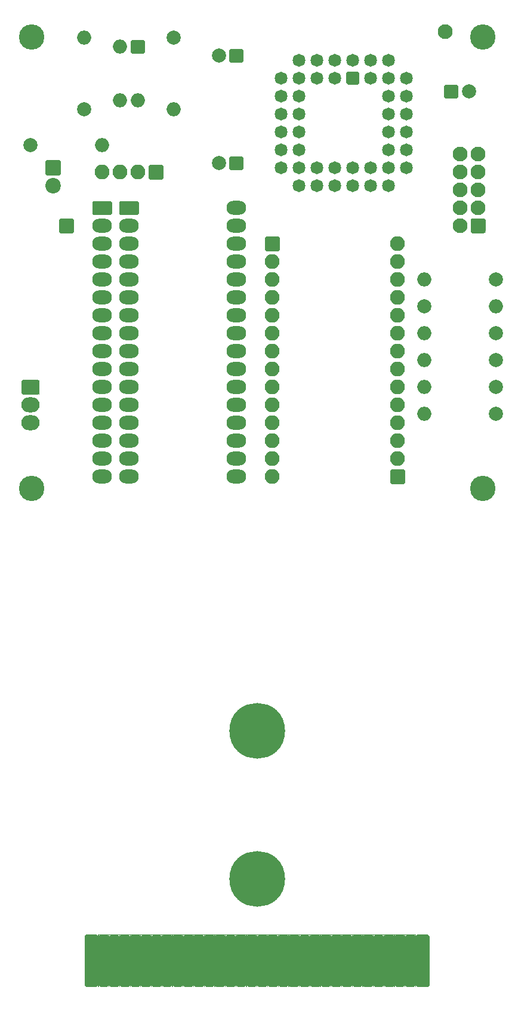
<source format=gbr>
G04 #@! TF.GenerationSoftware,KiCad,Pcbnew,(5.1.7)-1*
G04 #@! TF.CreationDate,2022-07-11T22:43:42-03:00*
G04 #@! TF.ProjectId,Squareboi2,53717561-7265-4626-9f69-322e6b696361,1*
G04 #@! TF.SameCoordinates,Original*
G04 #@! TF.FileFunction,Soldermask,Top*
G04 #@! TF.FilePolarity,Negative*
%FSLAX46Y46*%
G04 Gerber Fmt 4.6, Leading zero omitted, Abs format (unit mm)*
G04 Created by KiCad (PCBNEW (5.1.7)-1) date 2022-07-11 22:43:42*
%MOMM*%
%LPD*%
G01*
G04 APERTURE LIST*
%ADD10C,7.900000*%
%ADD11O,2.590000X2.140000*%
%ADD12C,2.200000*%
%ADD13O,2.000000X2.000000*%
%ADD14C,2.000000*%
%ADD15C,2.100000*%
%ADD16O,2.100000X2.100000*%
%ADD17O,2.800000X2.000000*%
%ADD18C,1.822400*%
%ADD19C,3.600000*%
%ADD20C,0.100000*%
G04 APERTURE END LIST*
D10*
X55000000Y-143400000D03*
X55000000Y-122400000D03*
D11*
X22860000Y-78740000D03*
X22860000Y-76200000D03*
G36*
G01*
X21872470Y-72590000D02*
X23847530Y-72590000D01*
G75*
G02*
X24155000Y-72897470I0J-307470D01*
G01*
X24155000Y-74422530D01*
G75*
G02*
X23847530Y-74730000I-307470J0D01*
G01*
X21872470Y-74730000D01*
G75*
G02*
X21565000Y-74422530I0J307470D01*
G01*
X21565000Y-72897470D01*
G75*
G02*
X21872470Y-72590000I307470J0D01*
G01*
G37*
D12*
X26035000Y-45085000D03*
G36*
G01*
X25135000Y-41445000D02*
X26935000Y-41445000D01*
G75*
G02*
X27135000Y-41645000I0J-200000D01*
G01*
X27135000Y-43445000D01*
G75*
G02*
X26935000Y-43645000I-200000J0D01*
G01*
X25135000Y-43645000D01*
G75*
G02*
X24935000Y-43445000I0J200000D01*
G01*
X24935000Y-41645000D01*
G75*
G02*
X25135000Y-41445000I200000J0D01*
G01*
G37*
D13*
X33020000Y-39370000D03*
D14*
X22860000Y-39370000D03*
D13*
X78740000Y-77470000D03*
D14*
X88900000Y-77470000D03*
D13*
X88900000Y-62230000D03*
D14*
X78740000Y-62230000D03*
D13*
X78740000Y-66040000D03*
D14*
X88900000Y-66040000D03*
D13*
X78740000Y-73660000D03*
D14*
X88900000Y-73660000D03*
D13*
X78740000Y-69850000D03*
D14*
X88900000Y-69850000D03*
D13*
X78740000Y-58420000D03*
D14*
X88900000Y-58420000D03*
D13*
X30480000Y-24130000D03*
D14*
X30480000Y-34290000D03*
D13*
X43180000Y-34290000D03*
D14*
X43180000Y-24130000D03*
D13*
X38100000Y-33020000D03*
X35560000Y-25400000D03*
X35560000Y-33020000D03*
G36*
G01*
X37300000Y-24400000D02*
X38900000Y-24400000D01*
G75*
G02*
X39100000Y-24600000I0J-200000D01*
G01*
X39100000Y-26200000D01*
G75*
G02*
X38900000Y-26400000I-200000J0D01*
G01*
X37300000Y-26400000D01*
G75*
G02*
X37100000Y-26200000I0J200000D01*
G01*
X37100000Y-24600000D01*
G75*
G02*
X37300000Y-24400000I200000J0D01*
G01*
G37*
D15*
X83820000Y-40640000D03*
X83820000Y-43180000D03*
X83820000Y-45720000D03*
X83820000Y-48260000D03*
X83820000Y-50800000D03*
X86360000Y-40640000D03*
X86360000Y-43180000D03*
X86360000Y-45720000D03*
X86360000Y-48260000D03*
G36*
G01*
X87410000Y-50058823D02*
X87410000Y-51541177D01*
G75*
G02*
X87101177Y-51850000I-308823J0D01*
G01*
X85618823Y-51850000D01*
G75*
G02*
X85310000Y-51541177I0J308823D01*
G01*
X85310000Y-50058823D01*
G75*
G02*
X85618823Y-49750000I308823J0D01*
G01*
X87101177Y-49750000D01*
G75*
G02*
X87410000Y-50058823I0J-308823D01*
G01*
G37*
D16*
X74930000Y-53340000D03*
X74930000Y-55880000D03*
X74930000Y-58420000D03*
X74930000Y-60960000D03*
X74930000Y-63500000D03*
X74930000Y-66040000D03*
X74930000Y-68580000D03*
X74930000Y-71120000D03*
X74930000Y-73660000D03*
X74930000Y-76200000D03*
X74930000Y-78740000D03*
X74930000Y-81280000D03*
X74930000Y-83820000D03*
G36*
G01*
X75980000Y-85510000D02*
X75980000Y-87210000D01*
G75*
G02*
X75780000Y-87410000I-200000J0D01*
G01*
X74080000Y-87410000D01*
G75*
G02*
X73880000Y-87210000I0J200000D01*
G01*
X73880000Y-85510000D01*
G75*
G02*
X74080000Y-85310000I200000J0D01*
G01*
X75780000Y-85310000D01*
G75*
G02*
X75980000Y-85510000I0J-200000D01*
G01*
G37*
X57150000Y-86360000D03*
X57150000Y-83820000D03*
X57150000Y-81280000D03*
X57150000Y-78740000D03*
X57150000Y-76200000D03*
X57150000Y-73660000D03*
X57150000Y-71120000D03*
X57150000Y-68580000D03*
X57150000Y-66040000D03*
X57150000Y-63500000D03*
X57150000Y-60960000D03*
X57150000Y-58420000D03*
X57150000Y-55880000D03*
G36*
G01*
X56100000Y-54190000D02*
X56100000Y-52490000D01*
G75*
G02*
X56300000Y-52290000I200000J0D01*
G01*
X58000000Y-52290000D01*
G75*
G02*
X58200000Y-52490000I0J-200000D01*
G01*
X58200000Y-54190000D01*
G75*
G02*
X58000000Y-54390000I-200000J0D01*
G01*
X56300000Y-54390000D01*
G75*
G02*
X56100000Y-54190000I0J200000D01*
G01*
G37*
X33020000Y-43180000D03*
X35560000Y-43180000D03*
X38100000Y-43180000D03*
G36*
G01*
X39790000Y-42130000D02*
X41490000Y-42130000D01*
G75*
G02*
X41690000Y-42330000I0J-200000D01*
G01*
X41690000Y-44030000D01*
G75*
G02*
X41490000Y-44230000I-200000J0D01*
G01*
X39790000Y-44230000D01*
G75*
G02*
X39590000Y-44030000I0J200000D01*
G01*
X39590000Y-42330000D01*
G75*
G02*
X39790000Y-42130000I200000J0D01*
G01*
G37*
D17*
X33020000Y-86360000D03*
X33020000Y-83820000D03*
X33020000Y-81280000D03*
X33020000Y-78740000D03*
X33020000Y-76200000D03*
X33020000Y-73660000D03*
X33020000Y-71120000D03*
X33020000Y-68580000D03*
X33020000Y-66040000D03*
X33020000Y-63500000D03*
X33020000Y-60960000D03*
X33020000Y-58420000D03*
X33020000Y-55880000D03*
X33020000Y-53340000D03*
X33020000Y-50800000D03*
G36*
G01*
X31620000Y-49060000D02*
X31620000Y-47460000D01*
G75*
G02*
X31820000Y-47260000I200000J0D01*
G01*
X34220000Y-47260000D01*
G75*
G02*
X34420000Y-47460000I0J-200000D01*
G01*
X34420000Y-49060000D01*
G75*
G02*
X34220000Y-49260000I-200000J0D01*
G01*
X31820000Y-49260000D01*
G75*
G02*
X31620000Y-49060000I0J200000D01*
G01*
G37*
G36*
G01*
X26890000Y-51650000D02*
X26890000Y-49950000D01*
G75*
G02*
X27090000Y-49750000I200000J0D01*
G01*
X28790000Y-49750000D01*
G75*
G02*
X28990000Y-49950000I0J-200000D01*
G01*
X28990000Y-51650000D01*
G75*
G02*
X28790000Y-51850000I-200000J0D01*
G01*
X27090000Y-51850000D01*
G75*
G02*
X26890000Y-51650000I0J200000D01*
G01*
G37*
D14*
X85050000Y-31750000D03*
G36*
G01*
X81550000Y-32550000D02*
X81550000Y-30950000D01*
G75*
G02*
X81750000Y-30750000I200000J0D01*
G01*
X83350000Y-30750000D01*
G75*
G02*
X83550000Y-30950000I0J-200000D01*
G01*
X83550000Y-32550000D01*
G75*
G02*
X83350000Y-32750000I-200000J0D01*
G01*
X81750000Y-32750000D01*
G75*
G02*
X81550000Y-32550000I0J200000D01*
G01*
G37*
D15*
X81661000Y-23241000D03*
D17*
X52070000Y-48260000D03*
X36830000Y-86360000D03*
X52070000Y-50800000D03*
X36830000Y-83820000D03*
X52070000Y-53340000D03*
X36830000Y-81280000D03*
X52070000Y-55880000D03*
X36830000Y-78740000D03*
X52070000Y-58420000D03*
X36830000Y-76200000D03*
X52070000Y-60960000D03*
X36830000Y-73660000D03*
X52070000Y-63500000D03*
X36830000Y-71120000D03*
X52070000Y-66040000D03*
X36830000Y-68580000D03*
X52070000Y-68580000D03*
X36830000Y-66040000D03*
X52070000Y-71120000D03*
X36830000Y-63500000D03*
X52070000Y-73660000D03*
X36830000Y-60960000D03*
X52070000Y-76200000D03*
X36830000Y-58420000D03*
X52070000Y-78740000D03*
X36830000Y-55880000D03*
X52070000Y-81280000D03*
X36830000Y-53340000D03*
X52070000Y-83820000D03*
X36830000Y-50800000D03*
X52070000Y-86360000D03*
G36*
G01*
X35430000Y-49060000D02*
X35430000Y-47460000D01*
G75*
G02*
X35630000Y-47260000I200000J0D01*
G01*
X38030000Y-47260000D01*
G75*
G02*
X38230000Y-47460000I0J-200000D01*
G01*
X38230000Y-49060000D01*
G75*
G02*
X38030000Y-49260000I-200000J0D01*
G01*
X35630000Y-49260000D01*
G75*
G02*
X35430000Y-49060000I0J200000D01*
G01*
G37*
D18*
X76200000Y-29845000D03*
X76200000Y-32385000D03*
X76200000Y-34925000D03*
X76200000Y-37465000D03*
X76200000Y-40005000D03*
X73660000Y-27305000D03*
X73660000Y-32385000D03*
X73660000Y-34925000D03*
X73660000Y-37465000D03*
X73660000Y-40005000D03*
X73660000Y-42545000D03*
X73660000Y-45085000D03*
X71120000Y-45085000D03*
X68580000Y-45085000D03*
X66040000Y-45085000D03*
X63500000Y-45085000D03*
X60960000Y-45085000D03*
X76200000Y-42545000D03*
X71120000Y-42545000D03*
X68580000Y-42545000D03*
X66040000Y-42545000D03*
X63500000Y-42545000D03*
X60960000Y-42545000D03*
X58420000Y-42545000D03*
X58420000Y-40005000D03*
X58420000Y-37465000D03*
X58420000Y-34925000D03*
X58420000Y-32385000D03*
X58420000Y-29845000D03*
X60960000Y-40005000D03*
X60960000Y-37465000D03*
X60960000Y-34925000D03*
X60960000Y-32385000D03*
X60960000Y-29845000D03*
X71120000Y-27305000D03*
X68580000Y-27305000D03*
X60960000Y-27305000D03*
X63500000Y-27305000D03*
X66040000Y-27305000D03*
X73660000Y-29845000D03*
X71120000Y-29845000D03*
X63500000Y-29845000D03*
X66040000Y-29845000D03*
G36*
G01*
X67668800Y-30556200D02*
X67668800Y-29133800D01*
G75*
G02*
X67868800Y-28933800I200000J0D01*
G01*
X69291200Y-28933800D01*
G75*
G02*
X69491200Y-29133800I0J-200000D01*
G01*
X69491200Y-30556200D01*
G75*
G02*
X69291200Y-30756200I-200000J0D01*
G01*
X67868800Y-30756200D01*
G75*
G02*
X67668800Y-30556200I0J200000D01*
G01*
G37*
D19*
X87000000Y-24000000D03*
X23000000Y-24000000D03*
X23000000Y-88000000D03*
X87000000Y-88000000D03*
G36*
G01*
X77550000Y-158500000D02*
X77550000Y-151500000D01*
G75*
G02*
X77750000Y-151300000I200000J0D01*
G01*
X79250000Y-151300000D01*
G75*
G02*
X79450000Y-151500000I0J-200000D01*
G01*
X79450000Y-158500000D01*
G75*
G02*
X79250000Y-158700000I-200000J0D01*
G01*
X77750000Y-158700000D01*
G75*
G02*
X77550000Y-158500000I0J200000D01*
G01*
G37*
G36*
G01*
X76050000Y-158500000D02*
X76050000Y-151500000D01*
G75*
G02*
X76250000Y-151300000I200000J0D01*
G01*
X77250000Y-151300000D01*
G75*
G02*
X77450000Y-151500000I0J-200000D01*
G01*
X77450000Y-158500000D01*
G75*
G02*
X77250000Y-158700000I-200000J0D01*
G01*
X76250000Y-158700000D01*
G75*
G02*
X76050000Y-158500000I0J200000D01*
G01*
G37*
G36*
G01*
X74550000Y-158500000D02*
X74550000Y-151500000D01*
G75*
G02*
X74750000Y-151300000I200000J0D01*
G01*
X75750000Y-151300000D01*
G75*
G02*
X75950000Y-151500000I0J-200000D01*
G01*
X75950000Y-158500000D01*
G75*
G02*
X75750000Y-158700000I-200000J0D01*
G01*
X74750000Y-158700000D01*
G75*
G02*
X74550000Y-158500000I0J200000D01*
G01*
G37*
G36*
G01*
X73050000Y-158500000D02*
X73050000Y-151500000D01*
G75*
G02*
X73250000Y-151300000I200000J0D01*
G01*
X74250000Y-151300000D01*
G75*
G02*
X74450000Y-151500000I0J-200000D01*
G01*
X74450000Y-158500000D01*
G75*
G02*
X74250000Y-158700000I-200000J0D01*
G01*
X73250000Y-158700000D01*
G75*
G02*
X73050000Y-158500000I0J200000D01*
G01*
G37*
G36*
G01*
X71550000Y-158500000D02*
X71550000Y-151500000D01*
G75*
G02*
X71750000Y-151300000I200000J0D01*
G01*
X72750000Y-151300000D01*
G75*
G02*
X72950000Y-151500000I0J-200000D01*
G01*
X72950000Y-158500000D01*
G75*
G02*
X72750000Y-158700000I-200000J0D01*
G01*
X71750000Y-158700000D01*
G75*
G02*
X71550000Y-158500000I0J200000D01*
G01*
G37*
G36*
G01*
X70050000Y-158500000D02*
X70050000Y-151500000D01*
G75*
G02*
X70250000Y-151300000I200000J0D01*
G01*
X71250000Y-151300000D01*
G75*
G02*
X71450000Y-151500000I0J-200000D01*
G01*
X71450000Y-158500000D01*
G75*
G02*
X71250000Y-158700000I-200000J0D01*
G01*
X70250000Y-158700000D01*
G75*
G02*
X70050000Y-158500000I0J200000D01*
G01*
G37*
G36*
G01*
X68550000Y-158500000D02*
X68550000Y-151500000D01*
G75*
G02*
X68750000Y-151300000I200000J0D01*
G01*
X69750000Y-151300000D01*
G75*
G02*
X69950000Y-151500000I0J-200000D01*
G01*
X69950000Y-158500000D01*
G75*
G02*
X69750000Y-158700000I-200000J0D01*
G01*
X68750000Y-158700000D01*
G75*
G02*
X68550000Y-158500000I0J200000D01*
G01*
G37*
G36*
G01*
X67050000Y-158500000D02*
X67050000Y-151500000D01*
G75*
G02*
X67250000Y-151300000I200000J0D01*
G01*
X68250000Y-151300000D01*
G75*
G02*
X68450000Y-151500000I0J-200000D01*
G01*
X68450000Y-158500000D01*
G75*
G02*
X68250000Y-158700000I-200000J0D01*
G01*
X67250000Y-158700000D01*
G75*
G02*
X67050000Y-158500000I0J200000D01*
G01*
G37*
G36*
G01*
X65550000Y-158500000D02*
X65550000Y-151500000D01*
G75*
G02*
X65750000Y-151300000I200000J0D01*
G01*
X66750000Y-151300000D01*
G75*
G02*
X66950000Y-151500000I0J-200000D01*
G01*
X66950000Y-158500000D01*
G75*
G02*
X66750000Y-158700000I-200000J0D01*
G01*
X65750000Y-158700000D01*
G75*
G02*
X65550000Y-158500000I0J200000D01*
G01*
G37*
G36*
G01*
X64050000Y-158500000D02*
X64050000Y-151500000D01*
G75*
G02*
X64250000Y-151300000I200000J0D01*
G01*
X65250000Y-151300000D01*
G75*
G02*
X65450000Y-151500000I0J-200000D01*
G01*
X65450000Y-158500000D01*
G75*
G02*
X65250000Y-158700000I-200000J0D01*
G01*
X64250000Y-158700000D01*
G75*
G02*
X64050000Y-158500000I0J200000D01*
G01*
G37*
G36*
G01*
X62550000Y-158500000D02*
X62550000Y-151500000D01*
G75*
G02*
X62750000Y-151300000I200000J0D01*
G01*
X63750000Y-151300000D01*
G75*
G02*
X63950000Y-151500000I0J-200000D01*
G01*
X63950000Y-158500000D01*
G75*
G02*
X63750000Y-158700000I-200000J0D01*
G01*
X62750000Y-158700000D01*
G75*
G02*
X62550000Y-158500000I0J200000D01*
G01*
G37*
G36*
G01*
X61050000Y-158500000D02*
X61050000Y-151500000D01*
G75*
G02*
X61250000Y-151300000I200000J0D01*
G01*
X62250000Y-151300000D01*
G75*
G02*
X62450000Y-151500000I0J-200000D01*
G01*
X62450000Y-158500000D01*
G75*
G02*
X62250000Y-158700000I-200000J0D01*
G01*
X61250000Y-158700000D01*
G75*
G02*
X61050000Y-158500000I0J200000D01*
G01*
G37*
G36*
G01*
X59550000Y-158500000D02*
X59550000Y-151500000D01*
G75*
G02*
X59750000Y-151300000I200000J0D01*
G01*
X60750000Y-151300000D01*
G75*
G02*
X60950000Y-151500000I0J-200000D01*
G01*
X60950000Y-158500000D01*
G75*
G02*
X60750000Y-158700000I-200000J0D01*
G01*
X59750000Y-158700000D01*
G75*
G02*
X59550000Y-158500000I0J200000D01*
G01*
G37*
G36*
G01*
X58050000Y-158500000D02*
X58050000Y-151500000D01*
G75*
G02*
X58250000Y-151300000I200000J0D01*
G01*
X59250000Y-151300000D01*
G75*
G02*
X59450000Y-151500000I0J-200000D01*
G01*
X59450000Y-158500000D01*
G75*
G02*
X59250000Y-158700000I-200000J0D01*
G01*
X58250000Y-158700000D01*
G75*
G02*
X58050000Y-158500000I0J200000D01*
G01*
G37*
G36*
G01*
X56550000Y-158500000D02*
X56550000Y-151500000D01*
G75*
G02*
X56750000Y-151300000I200000J0D01*
G01*
X57750000Y-151300000D01*
G75*
G02*
X57950000Y-151500000I0J-200000D01*
G01*
X57950000Y-158500000D01*
G75*
G02*
X57750000Y-158700000I-200000J0D01*
G01*
X56750000Y-158700000D01*
G75*
G02*
X56550000Y-158500000I0J200000D01*
G01*
G37*
G36*
G01*
X55050000Y-158500000D02*
X55050000Y-151500000D01*
G75*
G02*
X55250000Y-151300000I200000J0D01*
G01*
X56250000Y-151300000D01*
G75*
G02*
X56450000Y-151500000I0J-200000D01*
G01*
X56450000Y-158500000D01*
G75*
G02*
X56250000Y-158700000I-200000J0D01*
G01*
X55250000Y-158700000D01*
G75*
G02*
X55050000Y-158500000I0J200000D01*
G01*
G37*
G36*
G01*
X53550000Y-158500000D02*
X53550000Y-151500000D01*
G75*
G02*
X53750000Y-151300000I200000J0D01*
G01*
X54750000Y-151300000D01*
G75*
G02*
X54950000Y-151500000I0J-200000D01*
G01*
X54950000Y-158500000D01*
G75*
G02*
X54750000Y-158700000I-200000J0D01*
G01*
X53750000Y-158700000D01*
G75*
G02*
X53550000Y-158500000I0J200000D01*
G01*
G37*
G36*
G01*
X52050000Y-158500000D02*
X52050000Y-151500000D01*
G75*
G02*
X52250000Y-151300000I200000J0D01*
G01*
X53250000Y-151300000D01*
G75*
G02*
X53450000Y-151500000I0J-200000D01*
G01*
X53450000Y-158500000D01*
G75*
G02*
X53250000Y-158700000I-200000J0D01*
G01*
X52250000Y-158700000D01*
G75*
G02*
X52050000Y-158500000I0J200000D01*
G01*
G37*
G36*
G01*
X50550000Y-158500000D02*
X50550000Y-151500000D01*
G75*
G02*
X50750000Y-151300000I200000J0D01*
G01*
X51750000Y-151300000D01*
G75*
G02*
X51950000Y-151500000I0J-200000D01*
G01*
X51950000Y-158500000D01*
G75*
G02*
X51750000Y-158700000I-200000J0D01*
G01*
X50750000Y-158700000D01*
G75*
G02*
X50550000Y-158500000I0J200000D01*
G01*
G37*
G36*
G01*
X49050000Y-158500000D02*
X49050000Y-151500000D01*
G75*
G02*
X49250000Y-151300000I200000J0D01*
G01*
X50250000Y-151300000D01*
G75*
G02*
X50450000Y-151500000I0J-200000D01*
G01*
X50450000Y-158500000D01*
G75*
G02*
X50250000Y-158700000I-200000J0D01*
G01*
X49250000Y-158700000D01*
G75*
G02*
X49050000Y-158500000I0J200000D01*
G01*
G37*
G36*
G01*
X47550000Y-158500000D02*
X47550000Y-151500000D01*
G75*
G02*
X47750000Y-151300000I200000J0D01*
G01*
X48750000Y-151300000D01*
G75*
G02*
X48950000Y-151500000I0J-200000D01*
G01*
X48950000Y-158500000D01*
G75*
G02*
X48750000Y-158700000I-200000J0D01*
G01*
X47750000Y-158700000D01*
G75*
G02*
X47550000Y-158500000I0J200000D01*
G01*
G37*
G36*
G01*
X46050000Y-158500000D02*
X46050000Y-151500000D01*
G75*
G02*
X46250000Y-151300000I200000J0D01*
G01*
X47250000Y-151300000D01*
G75*
G02*
X47450000Y-151500000I0J-200000D01*
G01*
X47450000Y-158500000D01*
G75*
G02*
X47250000Y-158700000I-200000J0D01*
G01*
X46250000Y-158700000D01*
G75*
G02*
X46050000Y-158500000I0J200000D01*
G01*
G37*
G36*
G01*
X44550000Y-158500000D02*
X44550000Y-151500000D01*
G75*
G02*
X44750000Y-151300000I200000J0D01*
G01*
X45750000Y-151300000D01*
G75*
G02*
X45950000Y-151500000I0J-200000D01*
G01*
X45950000Y-158500000D01*
G75*
G02*
X45750000Y-158700000I-200000J0D01*
G01*
X44750000Y-158700000D01*
G75*
G02*
X44550000Y-158500000I0J200000D01*
G01*
G37*
G36*
G01*
X43050000Y-158500000D02*
X43050000Y-151500000D01*
G75*
G02*
X43250000Y-151300000I200000J0D01*
G01*
X44250000Y-151300000D01*
G75*
G02*
X44450000Y-151500000I0J-200000D01*
G01*
X44450000Y-158500000D01*
G75*
G02*
X44250000Y-158700000I-200000J0D01*
G01*
X43250000Y-158700000D01*
G75*
G02*
X43050000Y-158500000I0J200000D01*
G01*
G37*
G36*
G01*
X41550000Y-158500000D02*
X41550000Y-151500000D01*
G75*
G02*
X41750000Y-151300000I200000J0D01*
G01*
X42750000Y-151300000D01*
G75*
G02*
X42950000Y-151500000I0J-200000D01*
G01*
X42950000Y-158500000D01*
G75*
G02*
X42750000Y-158700000I-200000J0D01*
G01*
X41750000Y-158700000D01*
G75*
G02*
X41550000Y-158500000I0J200000D01*
G01*
G37*
G36*
G01*
X40050000Y-158500000D02*
X40050000Y-151500000D01*
G75*
G02*
X40250000Y-151300000I200000J0D01*
G01*
X41250000Y-151300000D01*
G75*
G02*
X41450000Y-151500000I0J-200000D01*
G01*
X41450000Y-158500000D01*
G75*
G02*
X41250000Y-158700000I-200000J0D01*
G01*
X40250000Y-158700000D01*
G75*
G02*
X40050000Y-158500000I0J200000D01*
G01*
G37*
G36*
G01*
X38550000Y-158500000D02*
X38550000Y-151500000D01*
G75*
G02*
X38750000Y-151300000I200000J0D01*
G01*
X39750000Y-151300000D01*
G75*
G02*
X39950000Y-151500000I0J-200000D01*
G01*
X39950000Y-158500000D01*
G75*
G02*
X39750000Y-158700000I-200000J0D01*
G01*
X38750000Y-158700000D01*
G75*
G02*
X38550000Y-158500000I0J200000D01*
G01*
G37*
G36*
G01*
X37050000Y-158500000D02*
X37050000Y-151500000D01*
G75*
G02*
X37250000Y-151300000I200000J0D01*
G01*
X38250000Y-151300000D01*
G75*
G02*
X38450000Y-151500000I0J-200000D01*
G01*
X38450000Y-158500000D01*
G75*
G02*
X38250000Y-158700000I-200000J0D01*
G01*
X37250000Y-158700000D01*
G75*
G02*
X37050000Y-158500000I0J200000D01*
G01*
G37*
G36*
G01*
X35550000Y-158500000D02*
X35550000Y-151500000D01*
G75*
G02*
X35750000Y-151300000I200000J0D01*
G01*
X36750000Y-151300000D01*
G75*
G02*
X36950000Y-151500000I0J-200000D01*
G01*
X36950000Y-158500000D01*
G75*
G02*
X36750000Y-158700000I-200000J0D01*
G01*
X35750000Y-158700000D01*
G75*
G02*
X35550000Y-158500000I0J200000D01*
G01*
G37*
G36*
G01*
X34050000Y-158500000D02*
X34050000Y-151500000D01*
G75*
G02*
X34250000Y-151300000I200000J0D01*
G01*
X35250000Y-151300000D01*
G75*
G02*
X35450000Y-151500000I0J-200000D01*
G01*
X35450000Y-158500000D01*
G75*
G02*
X35250000Y-158700000I-200000J0D01*
G01*
X34250000Y-158700000D01*
G75*
G02*
X34050000Y-158500000I0J200000D01*
G01*
G37*
G36*
G01*
X32550000Y-158500000D02*
X32550000Y-151500000D01*
G75*
G02*
X32750000Y-151300000I200000J0D01*
G01*
X33750000Y-151300000D01*
G75*
G02*
X33950000Y-151500000I0J-200000D01*
G01*
X33950000Y-158500000D01*
G75*
G02*
X33750000Y-158700000I-200000J0D01*
G01*
X32750000Y-158700000D01*
G75*
G02*
X32550000Y-158500000I0J200000D01*
G01*
G37*
G36*
G01*
X30550000Y-158500000D02*
X30550000Y-151500000D01*
G75*
G02*
X30750000Y-151300000I200000J0D01*
G01*
X32250000Y-151300000D01*
G75*
G02*
X32450000Y-151500000I0J-200000D01*
G01*
X32450000Y-158500000D01*
G75*
G02*
X32250000Y-158700000I-200000J0D01*
G01*
X30750000Y-158700000D01*
G75*
G02*
X30550000Y-158500000I0J200000D01*
G01*
G37*
D14*
X49570000Y-41910000D03*
G36*
G01*
X53070000Y-41110000D02*
X53070000Y-42710000D01*
G75*
G02*
X52870000Y-42910000I-200000J0D01*
G01*
X51270000Y-42910000D01*
G75*
G02*
X51070000Y-42710000I0J200000D01*
G01*
X51070000Y-41110000D01*
G75*
G02*
X51270000Y-40910000I200000J0D01*
G01*
X52870000Y-40910000D01*
G75*
G02*
X53070000Y-41110000I0J-200000D01*
G01*
G37*
X49570000Y-26670000D03*
G36*
G01*
X53070000Y-25870000D02*
X53070000Y-27470000D01*
G75*
G02*
X52870000Y-27670000I-200000J0D01*
G01*
X51270000Y-27670000D01*
G75*
G02*
X51070000Y-27470000I0J200000D01*
G01*
X51070000Y-25870000D01*
G75*
G02*
X51270000Y-25670000I200000J0D01*
G01*
X52870000Y-25670000D01*
G75*
G02*
X53070000Y-25870000I0J-200000D01*
G01*
G37*
D20*
G36*
X77551732Y-151299000D02*
G01*
X77552000Y-151300000D01*
X77552000Y-158700000D01*
X77551000Y-158701732D01*
X77550000Y-158702000D01*
X77450000Y-158702000D01*
X77448268Y-158701000D01*
X77448000Y-158700000D01*
X77448000Y-151302000D01*
X76052000Y-151302000D01*
X76052000Y-158700000D01*
X76051000Y-158701732D01*
X76050000Y-158702000D01*
X75950000Y-158702000D01*
X75948268Y-158701000D01*
X75948000Y-158700000D01*
X75948000Y-151302000D01*
X74552000Y-151302000D01*
X74552000Y-158700000D01*
X74551000Y-158701732D01*
X74550000Y-158702000D01*
X74450000Y-158702000D01*
X74448268Y-158701000D01*
X74448000Y-158700000D01*
X74448000Y-151302000D01*
X73052000Y-151302000D01*
X73052000Y-158700000D01*
X73051000Y-158701732D01*
X73050000Y-158702000D01*
X72950000Y-158702000D01*
X72948268Y-158701000D01*
X72948000Y-158700000D01*
X72948000Y-151302000D01*
X71552000Y-151302000D01*
X71552000Y-158700000D01*
X71551000Y-158701732D01*
X71550000Y-158702000D01*
X71450000Y-158702000D01*
X71448268Y-158701000D01*
X71448000Y-158700000D01*
X71448000Y-151302000D01*
X70052000Y-151302000D01*
X70052000Y-158700000D01*
X70051000Y-158701732D01*
X70050000Y-158702000D01*
X69950000Y-158702000D01*
X69948268Y-158701000D01*
X69948000Y-158700000D01*
X69948000Y-151302000D01*
X68552000Y-151302000D01*
X68552000Y-158700000D01*
X68551000Y-158701732D01*
X68550000Y-158702000D01*
X68450000Y-158702000D01*
X68448268Y-158701000D01*
X68448000Y-158700000D01*
X68448000Y-151302000D01*
X67052000Y-151302000D01*
X67052000Y-158700000D01*
X67051000Y-158701732D01*
X67050000Y-158702000D01*
X66950000Y-158702000D01*
X66948268Y-158701000D01*
X66948000Y-158700000D01*
X66948000Y-151302000D01*
X65552000Y-151302000D01*
X65552000Y-158700000D01*
X65551000Y-158701732D01*
X65550000Y-158702000D01*
X65450000Y-158702000D01*
X65448268Y-158701000D01*
X65448000Y-158700000D01*
X65448000Y-151302000D01*
X64052000Y-151302000D01*
X64052000Y-158700000D01*
X64051000Y-158701732D01*
X64050000Y-158702000D01*
X63950000Y-158702000D01*
X63948268Y-158701000D01*
X63948000Y-158700000D01*
X63948000Y-151302000D01*
X62552000Y-151302000D01*
X62552000Y-158700000D01*
X62551000Y-158701732D01*
X62550000Y-158702000D01*
X62450000Y-158702000D01*
X62448268Y-158701000D01*
X62448000Y-158700000D01*
X62448000Y-151302000D01*
X61052000Y-151302000D01*
X61052000Y-158700000D01*
X61051000Y-158701732D01*
X61050000Y-158702000D01*
X60950000Y-158702000D01*
X60948268Y-158701000D01*
X60948000Y-158700000D01*
X60948000Y-151302000D01*
X59552000Y-151302000D01*
X59552000Y-158700000D01*
X59551000Y-158701732D01*
X59550000Y-158702000D01*
X59450000Y-158702000D01*
X59448268Y-158701000D01*
X59448000Y-158700000D01*
X59448000Y-151302000D01*
X58052000Y-151302000D01*
X58052000Y-158700000D01*
X58051000Y-158701732D01*
X58050000Y-158702000D01*
X57950000Y-158702000D01*
X57948268Y-158701000D01*
X57948000Y-158700000D01*
X57948000Y-151302000D01*
X56552000Y-151302000D01*
X56552000Y-158700000D01*
X56551000Y-158701732D01*
X56550000Y-158702000D01*
X56450000Y-158702000D01*
X56448268Y-158701000D01*
X56448000Y-158700000D01*
X56448000Y-151302000D01*
X55052000Y-151302000D01*
X55052000Y-158700000D01*
X55051000Y-158701732D01*
X55050000Y-158702000D01*
X54950000Y-158702000D01*
X54948268Y-158701000D01*
X54948000Y-158700000D01*
X54948000Y-151302000D01*
X53552000Y-151302000D01*
X53552000Y-158700000D01*
X53551000Y-158701732D01*
X53550000Y-158702000D01*
X53450000Y-158702000D01*
X53448268Y-158701000D01*
X53448000Y-158700000D01*
X53448000Y-151302000D01*
X52052000Y-151302000D01*
X52052000Y-158700000D01*
X52051000Y-158701732D01*
X52050000Y-158702000D01*
X51950000Y-158702000D01*
X51948268Y-158701000D01*
X51948000Y-158700000D01*
X51948000Y-151302000D01*
X50552000Y-151302000D01*
X50552000Y-158700000D01*
X50551000Y-158701732D01*
X50550000Y-158702000D01*
X50450000Y-158702000D01*
X50448268Y-158701000D01*
X50448000Y-158700000D01*
X50448000Y-151302000D01*
X49052000Y-151302000D01*
X49052000Y-158700000D01*
X49051000Y-158701732D01*
X49050000Y-158702000D01*
X48950000Y-158702000D01*
X48948268Y-158701000D01*
X48948000Y-158700000D01*
X48948000Y-151302000D01*
X47552000Y-151302000D01*
X47552000Y-158700000D01*
X47551000Y-158701732D01*
X47550000Y-158702000D01*
X47450000Y-158702000D01*
X47448268Y-158701000D01*
X47448000Y-158700000D01*
X47448000Y-151302000D01*
X46052000Y-151302000D01*
X46052000Y-158700000D01*
X46051000Y-158701732D01*
X46050000Y-158702000D01*
X45950000Y-158702000D01*
X45948268Y-158701000D01*
X45948000Y-158700000D01*
X45948000Y-151302000D01*
X44552000Y-151302000D01*
X44552000Y-158700000D01*
X44551000Y-158701732D01*
X44550000Y-158702000D01*
X44450000Y-158702000D01*
X44448268Y-158701000D01*
X44448000Y-158700000D01*
X44448000Y-151302000D01*
X43052000Y-151302000D01*
X43052000Y-158700000D01*
X43051000Y-158701732D01*
X43050000Y-158702000D01*
X42950000Y-158702000D01*
X42948268Y-158701000D01*
X42948000Y-158700000D01*
X42948000Y-151302000D01*
X41552000Y-151302000D01*
X41552000Y-158700000D01*
X41551000Y-158701732D01*
X41550000Y-158702000D01*
X41450000Y-158702000D01*
X41448268Y-158701000D01*
X41448000Y-158700000D01*
X41448000Y-151302000D01*
X40052000Y-151302000D01*
X40052000Y-158700000D01*
X40051000Y-158701732D01*
X40050000Y-158702000D01*
X39950000Y-158702000D01*
X39948268Y-158701000D01*
X39948000Y-158700000D01*
X39948000Y-151302000D01*
X38552000Y-151302000D01*
X38552000Y-158700000D01*
X38551000Y-158701732D01*
X38550000Y-158702000D01*
X38450000Y-158702000D01*
X38448268Y-158701000D01*
X38448000Y-158700000D01*
X38448000Y-151302000D01*
X37052000Y-151302000D01*
X37052000Y-158700000D01*
X37051000Y-158701732D01*
X37050000Y-158702000D01*
X36950000Y-158702000D01*
X36948268Y-158701000D01*
X36948000Y-158700000D01*
X36948000Y-151302000D01*
X35552000Y-151302000D01*
X35552000Y-158700000D01*
X35551000Y-158701732D01*
X35550000Y-158702000D01*
X35450000Y-158702000D01*
X35448268Y-158701000D01*
X35448000Y-158700000D01*
X35448000Y-151302000D01*
X34052000Y-151302000D01*
X34052000Y-158700000D01*
X34051000Y-158701732D01*
X34050000Y-158702000D01*
X33950000Y-158702000D01*
X33948268Y-158701000D01*
X33948000Y-158700000D01*
X33948000Y-151302000D01*
X32552000Y-151302000D01*
X32552000Y-158700000D01*
X32551000Y-158701732D01*
X32550000Y-158702000D01*
X32450000Y-158702000D01*
X32448268Y-158701000D01*
X32448000Y-158700000D01*
X32448000Y-151300000D01*
X32449000Y-151298268D01*
X32450000Y-151298000D01*
X77550000Y-151298000D01*
X77551732Y-151299000D01*
G37*
G36*
X24156165Y-74420904D02*
G01*
X24157000Y-74422530D01*
X24157000Y-74505470D01*
X24156990Y-74505666D01*
X24152201Y-74554295D01*
X24152125Y-74554680D01*
X24139732Y-74595532D01*
X24139582Y-74595894D01*
X24119455Y-74633550D01*
X24119237Y-74633876D01*
X24092154Y-74666877D01*
X24091877Y-74667154D01*
X24058876Y-74694237D01*
X24058550Y-74694455D01*
X24020894Y-74714582D01*
X24020532Y-74714732D01*
X23979680Y-74727125D01*
X23979295Y-74727201D01*
X23930666Y-74731990D01*
X23930470Y-74732000D01*
X23847530Y-74732000D01*
X23845798Y-74731000D01*
X23845798Y-74729000D01*
X23847334Y-74728010D01*
X23907119Y-74722122D01*
X23964425Y-74704738D01*
X24017235Y-74676511D01*
X24063523Y-74638523D01*
X24101511Y-74592235D01*
X24129738Y-74539425D01*
X24147122Y-74482119D01*
X24153010Y-74422334D01*
X24154175Y-74420708D01*
X24156165Y-74420904D01*
G37*
G36*
X21566990Y-74422334D02*
G01*
X21572878Y-74482119D01*
X21590262Y-74539425D01*
X21618489Y-74592235D01*
X21656477Y-74638523D01*
X21702765Y-74676511D01*
X21755575Y-74704738D01*
X21812881Y-74722122D01*
X21872666Y-74728010D01*
X21874292Y-74729175D01*
X21874096Y-74731165D01*
X21872470Y-74732000D01*
X21789530Y-74732000D01*
X21789334Y-74731990D01*
X21740705Y-74727201D01*
X21740320Y-74727125D01*
X21699468Y-74714732D01*
X21699106Y-74714582D01*
X21661450Y-74694455D01*
X21661124Y-74694237D01*
X21628123Y-74667154D01*
X21627846Y-74666877D01*
X21600763Y-74633876D01*
X21600545Y-74633550D01*
X21580418Y-74595894D01*
X21580268Y-74595532D01*
X21567875Y-74554680D01*
X21567799Y-74554295D01*
X21563010Y-74505666D01*
X21563000Y-74505470D01*
X21563000Y-74422530D01*
X21564000Y-74420798D01*
X21566000Y-74420798D01*
X21566990Y-74422334D01*
G37*
G36*
X21874202Y-72589000D02*
G01*
X21874202Y-72591000D01*
X21872666Y-72591990D01*
X21812881Y-72597878D01*
X21755575Y-72615262D01*
X21702765Y-72643489D01*
X21656477Y-72681477D01*
X21618489Y-72727765D01*
X21590262Y-72780575D01*
X21572878Y-72837881D01*
X21566990Y-72897666D01*
X21565825Y-72899292D01*
X21563835Y-72899096D01*
X21563000Y-72897470D01*
X21563000Y-72814530D01*
X21563010Y-72814334D01*
X21567799Y-72765705D01*
X21567875Y-72765320D01*
X21580268Y-72724468D01*
X21580418Y-72724106D01*
X21600545Y-72686450D01*
X21600763Y-72686124D01*
X21627846Y-72653123D01*
X21628123Y-72652846D01*
X21661124Y-72625763D01*
X21661450Y-72625545D01*
X21699106Y-72605418D01*
X21699468Y-72605268D01*
X21740320Y-72592875D01*
X21740705Y-72592799D01*
X21789334Y-72588010D01*
X21789530Y-72588000D01*
X21872470Y-72588000D01*
X21874202Y-72589000D01*
G37*
G36*
X23930666Y-72588010D02*
G01*
X23979295Y-72592799D01*
X23979680Y-72592875D01*
X24020532Y-72605268D01*
X24020894Y-72605418D01*
X24058550Y-72625545D01*
X24058876Y-72625763D01*
X24091877Y-72652846D01*
X24092154Y-72653123D01*
X24119237Y-72686124D01*
X24119455Y-72686450D01*
X24139582Y-72724106D01*
X24139732Y-72724468D01*
X24152125Y-72765320D01*
X24152201Y-72765705D01*
X24156990Y-72814334D01*
X24157000Y-72814530D01*
X24157000Y-72897470D01*
X24156000Y-72899202D01*
X24154000Y-72899202D01*
X24153010Y-72897666D01*
X24147122Y-72837881D01*
X24129738Y-72780575D01*
X24101511Y-72727765D01*
X24063523Y-72681477D01*
X24017235Y-72643489D01*
X23964425Y-72615262D01*
X23907119Y-72597878D01*
X23847334Y-72591990D01*
X23845708Y-72590825D01*
X23845904Y-72588835D01*
X23847530Y-72588000D01*
X23930470Y-72588000D01*
X23930666Y-72588010D01*
G37*
G36*
X87411165Y-51539551D02*
G01*
X87412000Y-51541177D01*
X87412000Y-51623274D01*
X87411990Y-51623470D01*
X87407159Y-51672526D01*
X87407083Y-51672911D01*
X87394565Y-51714176D01*
X87394415Y-51714538D01*
X87374086Y-51752570D01*
X87373868Y-51752896D01*
X87346510Y-51786233D01*
X87346233Y-51786510D01*
X87312896Y-51813868D01*
X87312570Y-51814086D01*
X87274538Y-51834415D01*
X87274176Y-51834565D01*
X87232911Y-51847083D01*
X87232526Y-51847159D01*
X87183470Y-51851990D01*
X87183274Y-51852000D01*
X87101177Y-51852000D01*
X87099445Y-51851000D01*
X87099445Y-51849000D01*
X87100981Y-51848010D01*
X87161030Y-51842096D01*
X87218589Y-51824635D01*
X87271634Y-51796283D01*
X87318127Y-51758127D01*
X87356283Y-51711634D01*
X87384635Y-51658589D01*
X87402096Y-51601030D01*
X87408010Y-51540981D01*
X87409175Y-51539355D01*
X87411165Y-51539551D01*
G37*
G36*
X85311990Y-51540981D02*
G01*
X85317904Y-51601030D01*
X85335365Y-51658589D01*
X85363717Y-51711634D01*
X85401873Y-51758127D01*
X85448366Y-51796283D01*
X85501411Y-51824635D01*
X85558970Y-51842096D01*
X85619019Y-51848010D01*
X85620645Y-51849175D01*
X85620449Y-51851165D01*
X85618823Y-51852000D01*
X85536726Y-51852000D01*
X85536530Y-51851990D01*
X85487474Y-51847159D01*
X85487089Y-51847083D01*
X85445824Y-51834565D01*
X85445462Y-51834415D01*
X85407430Y-51814086D01*
X85407104Y-51813868D01*
X85373767Y-51786510D01*
X85373490Y-51786233D01*
X85346132Y-51752896D01*
X85345914Y-51752570D01*
X85325585Y-51714538D01*
X85325435Y-51714176D01*
X85312917Y-51672911D01*
X85312841Y-51672526D01*
X85308010Y-51623470D01*
X85308000Y-51623274D01*
X85308000Y-51541177D01*
X85309000Y-51539445D01*
X85311000Y-51539445D01*
X85311990Y-51540981D01*
G37*
G36*
X85620555Y-49749000D02*
G01*
X85620555Y-49751000D01*
X85619019Y-49751990D01*
X85558970Y-49757904D01*
X85501411Y-49775365D01*
X85448366Y-49803717D01*
X85401873Y-49841873D01*
X85363717Y-49888366D01*
X85335365Y-49941411D01*
X85317904Y-49998970D01*
X85311990Y-50059019D01*
X85310825Y-50060645D01*
X85308835Y-50060449D01*
X85308000Y-50058823D01*
X85308000Y-49976726D01*
X85308010Y-49976530D01*
X85312841Y-49927474D01*
X85312917Y-49927089D01*
X85325435Y-49885824D01*
X85325585Y-49885462D01*
X85345914Y-49847430D01*
X85346132Y-49847104D01*
X85373490Y-49813767D01*
X85373767Y-49813490D01*
X85407104Y-49786132D01*
X85407430Y-49785914D01*
X85445462Y-49765585D01*
X85445824Y-49765435D01*
X85487089Y-49752917D01*
X85487474Y-49752841D01*
X85536530Y-49748010D01*
X85536726Y-49748000D01*
X85618823Y-49748000D01*
X85620555Y-49749000D01*
G37*
G36*
X87183470Y-49748010D02*
G01*
X87232526Y-49752841D01*
X87232911Y-49752917D01*
X87274176Y-49765435D01*
X87274538Y-49765585D01*
X87312570Y-49785914D01*
X87312896Y-49786132D01*
X87346233Y-49813490D01*
X87346510Y-49813767D01*
X87373868Y-49847104D01*
X87374086Y-49847430D01*
X87394415Y-49885462D01*
X87394565Y-49885824D01*
X87407083Y-49927089D01*
X87407159Y-49927474D01*
X87411990Y-49976530D01*
X87412000Y-49976726D01*
X87412000Y-50058823D01*
X87411000Y-50060555D01*
X87409000Y-50060555D01*
X87408010Y-50059019D01*
X87402096Y-49998970D01*
X87384635Y-49941411D01*
X87356283Y-49888366D01*
X87318127Y-49841873D01*
X87271634Y-49803717D01*
X87218589Y-49775365D01*
X87161030Y-49757904D01*
X87100981Y-49751990D01*
X87099355Y-49750825D01*
X87099551Y-49748835D01*
X87101177Y-49748000D01*
X87183274Y-49748000D01*
X87183470Y-49748010D01*
G37*
M02*

</source>
